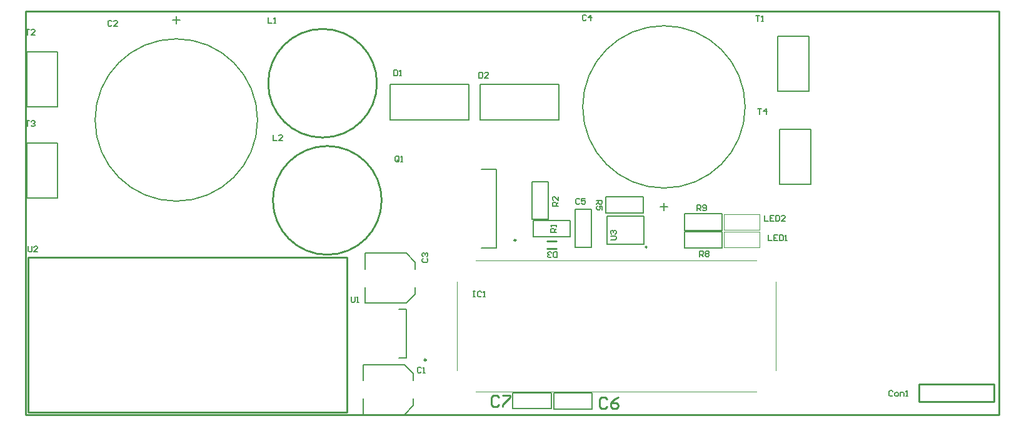
<source format=gto>
G04*
G04 #@! TF.GenerationSoftware,Altium Limited,Altium Designer,20.1.7 (139)*
G04*
G04 Layer_Color=65535*
%FSLAX44Y44*%
%MOMM*%
G71*
G04*
G04 #@! TF.SameCoordinates,B5950D26-3139-43EA-A648-6E47058778E0*
G04*
G04*
G04 #@! TF.FilePolarity,Positive*
G04*
G01*
G75*
%ADD10C,0.2500*%
%ADD11C,0.1000*%
%ADD12C,0.2000*%
%ADD13C,0.2540*%
%ADD14C,0.1524*%
%ADD15C,0.0700*%
%ADD16C,0.1270*%
D10*
X1094002Y1097214D02*
G03*
X1093999Y1097297I738J66D01*
G01*
X796900Y944440D02*
G03*
X796900Y944440I-1250J0D01*
G01*
X918430Y1106850D02*
G03*
X918430Y1106850I-1250J0D01*
G01*
D11*
X986335Y1092840D02*
G03*
X986335Y1092840I-500J0D01*
G01*
X838200Y930600D02*
Y1050600D01*
X1270000Y930600D02*
Y1050600D01*
X864100Y1079500D02*
X1244100D01*
X864100Y901700D02*
X1244100D01*
D12*
X568470Y1269700D02*
G03*
X568470Y1269700I-110000J0D01*
G01*
X1228870Y1287480D02*
G03*
X1228870Y1287480I-110000J0D01*
G01*
X1041800Y1139140D02*
X1091800D01*
X1041800Y1101140D02*
X1091800D01*
X1041800D02*
Y1139140D01*
X1091800Y1101140D02*
Y1139140D01*
X748030Y1318250D02*
X854720D01*
X748030Y1269500D02*
Y1318250D01*
Y1269500D02*
X854720D01*
Y1318250D01*
X782030Y1033745D02*
Y1043120D01*
X769655Y1021370D02*
X782030Y1033745D01*
X769655Y1089370D02*
X782030Y1076995D01*
Y1067620D02*
Y1076995D01*
X714030Y1021370D02*
X769655D01*
X714030D02*
Y1043120D01*
Y1067620D02*
Y1089370D01*
X769655D01*
X779490Y882615D02*
Y891990D01*
X767115Y870240D02*
X779490Y882615D01*
X767115Y938240D02*
X779490Y925865D01*
Y916490D02*
Y925865D01*
X711490Y870240D02*
X767115D01*
X711490D02*
Y891990D01*
Y916490D02*
Y938240D01*
X767115D01*
X453390Y1405100D02*
X463550D01*
X458470Y1400020D02*
Y1410180D01*
X1273210Y1308570D02*
Y1383070D01*
Y1308570D02*
X1315110D01*
Y1383070D01*
X1273210D02*
X1315110D01*
X297780Y1287740D02*
Y1362240D01*
X255880D02*
X297780D01*
X255880Y1287740D02*
Y1362240D01*
Y1287740D02*
X297780D01*
X760150Y1013440D02*
X769650D01*
Y947440D02*
Y1013440D01*
X760150Y947440D02*
X769650D01*
X1113790Y1152080D02*
X1123950D01*
X1118870Y1147000D02*
Y1157160D01*
X297780Y1163750D02*
Y1238250D01*
X255880D02*
X297780D01*
X255880Y1163750D02*
Y1238250D01*
Y1163750D02*
X297780D01*
X1275750Y1182840D02*
Y1257340D01*
Y1182840D02*
X1317650D01*
Y1257340D01*
X1275750D02*
X1317650D01*
X869950Y1318250D02*
X976640D01*
X869950Y1269500D02*
Y1318250D01*
Y1269500D02*
X976640D01*
Y1318250D01*
X871430Y1095850D02*
X892180D01*
Y1202850D01*
X871430D02*
X892180D01*
D13*
X730228Y1319530D02*
G03*
X730228Y1319530I-73638J0D01*
G01*
X736578Y1160780D02*
G03*
X736578Y1160780I-73638J0D01*
G01*
X1464310Y887730D02*
X1565910D01*
Y911860D01*
X1464310D02*
X1565910D01*
X1464310Y887730D02*
Y911860D01*
X960210Y1095590D02*
X973460D01*
X960210Y1105340D02*
X973460D01*
X257790Y1083310D02*
X689590D01*
Y873770D02*
Y1083310D01*
X257810Y873760D02*
X689610D01*
X257790Y873770D02*
Y1083310D01*
X895631Y894078D02*
X893092Y896618D01*
X888013D01*
X885474Y894078D01*
Y883922D01*
X888013Y881383D01*
X893092D01*
X895631Y883922D01*
X900709Y896618D02*
X910866D01*
Y894078D01*
X900709Y883922D01*
Y881383D01*
X1041401Y891538D02*
X1038862Y894078D01*
X1033783D01*
X1031244Y891538D01*
Y881382D01*
X1033783Y878842D01*
X1038862D01*
X1041401Y881382D01*
X1056636Y894078D02*
X1051557Y891538D01*
X1046479Y886460D01*
Y881382D01*
X1049018Y878842D01*
X1054097D01*
X1056636Y881382D01*
Y883921D01*
X1054097Y886460D01*
X1046479D01*
X254000Y869950D02*
Y1417320D01*
Y869950D02*
X1572260D01*
Y1417320D01*
X254000D02*
X1572260D01*
D14*
X969680Y899750D02*
X971180D01*
X969680Y878000D02*
Y899750D01*
X971180D02*
X1021680D01*
Y878000D02*
Y899750D01*
X969680Y878000D02*
X1021680D01*
X964580Y878250D02*
X966080D01*
Y900000D01*
X914080Y878250D02*
X964580D01*
X914080D02*
Y900000D01*
X966080D01*
X1156160Y1120320D02*
X1197460D01*
X1146960Y1142570D02*
X1197460D01*
X1146960Y1120320D02*
X1156160D01*
X1197460D02*
Y1142570D01*
X1146960Y1120320D02*
Y1142570D01*
X1040280Y1165680D02*
X1081580D01*
X1040280Y1143430D02*
X1090780D01*
X1081580Y1165680D02*
X1090780D01*
X1040280Y1143430D02*
Y1165680D01*
X1090780Y1143430D02*
Y1165680D01*
X950700Y1111430D02*
X992000D01*
X941500Y1133680D02*
X992000D01*
X941500Y1111430D02*
X950700D01*
X992000D02*
Y1133680D01*
X941500Y1111430D02*
Y1133680D01*
X962480Y1144730D02*
Y1186030D01*
X940230Y1135530D02*
Y1186030D01*
X962480Y1135530D02*
Y1144730D01*
X940230Y1186030D02*
X962480D01*
X940230Y1135530D02*
X962480D01*
X1156160Y1096190D02*
X1197460D01*
X1146960Y1118440D02*
X1197460D01*
X1146960Y1096190D02*
X1156160D01*
X1197460D02*
Y1118440D01*
X1146960Y1096190D02*
Y1118440D01*
X998900Y1096680D02*
Y1098180D01*
Y1096680D02*
X1020650D01*
X998900Y1098180D02*
Y1148680D01*
X1020650D01*
Y1096680D02*
Y1148680D01*
D15*
X1200530Y1100518D02*
Y1101878D01*
Y1096940D02*
Y1100518D01*
Y1112753D02*
Y1117940D01*
Y1096940D02*
X1248280D01*
X1200530Y1101878D02*
Y1112753D01*
Y1117940D02*
X1248280D01*
Y1096940D02*
Y1117940D01*
X1200530Y1124648D02*
Y1126008D01*
Y1121070D02*
Y1124648D01*
Y1136882D02*
Y1142070D01*
Y1121070D02*
X1248280D01*
X1200530Y1126008D02*
Y1136882D01*
Y1142070D02*
X1248280D01*
Y1121070D02*
Y1142070D01*
D16*
X1428752Y901699D02*
X1427483Y902969D01*
X1424944D01*
X1423674Y901699D01*
Y896621D01*
X1424944Y895351D01*
X1427483D01*
X1428752Y896621D01*
X1432561Y895351D02*
X1435100D01*
X1436370Y896621D01*
Y899160D01*
X1435100Y900430D01*
X1432561D01*
X1431292Y899160D01*
Y896621D01*
X1432561Y895351D01*
X1438909D02*
Y900430D01*
X1442718D01*
X1443987Y899160D01*
Y895351D01*
X1446527D02*
X1449066D01*
X1447796D01*
Y902969D01*
X1446527Y901699D01*
X1046481Y1107442D02*
X1052829D01*
X1054099Y1108712D01*
Y1111251D01*
X1052829Y1112520D01*
X1046481D01*
X1047751Y1115060D02*
X1046481Y1116329D01*
Y1118868D01*
X1047751Y1120138D01*
X1049020D01*
X1050290Y1118868D01*
Y1117599D01*
Y1118868D01*
X1051560Y1120138D01*
X1052829D01*
X1054099Y1118868D01*
Y1116329D01*
X1052829Y1115060D01*
X257810Y1098548D02*
Y1092200D01*
X259080Y1090930D01*
X261619D01*
X262888Y1092200D01*
Y1098548D01*
X270506Y1090930D02*
X265427D01*
X270506Y1096008D01*
Y1097278D01*
X269236Y1098548D01*
X266697D01*
X265427Y1097278D01*
X695424Y1030221D02*
Y1023874D01*
X696694Y1022604D01*
X699233D01*
X700502Y1023874D01*
Y1030221D01*
X703042Y1022604D02*
X705581D01*
X704311D01*
Y1030221D01*
X703042Y1028952D01*
X1245870Y1285237D02*
X1250948D01*
X1248409D01*
Y1277620D01*
X1257296D02*
Y1285237D01*
X1253487Y1281429D01*
X1258566D01*
X254000Y1268727D02*
X259078D01*
X256539D01*
Y1261110D01*
X261618Y1267458D02*
X262887Y1268727D01*
X265426D01*
X266696Y1267458D01*
Y1266188D01*
X265426Y1264919D01*
X264157D01*
X265426D01*
X266696Y1263649D01*
Y1262380D01*
X265426Y1261110D01*
X262887D01*
X261618Y1262380D01*
X254000Y1392679D02*
X259078D01*
X256539D01*
Y1385062D01*
X266696D02*
X261618D01*
X266696Y1390140D01*
Y1391410D01*
X265426Y1392679D01*
X262887D01*
X261618Y1391410D01*
X1243330Y1411029D02*
X1248408D01*
X1245869D01*
Y1403412D01*
X1250947D02*
X1253487D01*
X1252217D01*
Y1411029D01*
X1250947Y1409760D01*
X1163322Y1146811D02*
Y1154429D01*
X1167131D01*
X1168400Y1153159D01*
Y1150620D01*
X1167131Y1149350D01*
X1163322D01*
X1165861D02*
X1168400Y1146811D01*
X1170940Y1148081D02*
X1172209Y1146811D01*
X1174748D01*
X1176018Y1148081D01*
Y1153159D01*
X1174748Y1154429D01*
X1172209D01*
X1170940Y1153159D01*
Y1151890D01*
X1172209Y1150620D01*
X1176018D01*
X1167132Y1084581D02*
Y1092199D01*
X1170941D01*
X1172210Y1090929D01*
Y1088390D01*
X1170941Y1087120D01*
X1167132D01*
X1169671D02*
X1172210Y1084581D01*
X1174750Y1090929D02*
X1176019Y1092199D01*
X1178558D01*
X1179828Y1090929D01*
Y1089660D01*
X1178558Y1088390D01*
X1179828Y1087120D01*
Y1085851D01*
X1178558Y1084581D01*
X1176019D01*
X1174750Y1085851D01*
Y1087120D01*
X1176019Y1088390D01*
X1174750Y1089660D01*
Y1090929D01*
X1176019Y1088390D02*
X1178558D01*
X1027431Y1160778D02*
X1035049D01*
Y1156969D01*
X1033779Y1155700D01*
X1031240D01*
X1029970Y1156969D01*
Y1160778D01*
Y1158239D02*
X1027431Y1155700D01*
X1035049Y1148082D02*
Y1153160D01*
X1031240D01*
X1032510Y1150621D01*
Y1149352D01*
X1031240Y1148082D01*
X1028701D01*
X1027431Y1149352D01*
Y1151891D01*
X1028701Y1153160D01*
X975359Y1153162D02*
X967741D01*
Y1156971D01*
X969011Y1158240D01*
X971550D01*
X972820Y1156971D01*
Y1153162D01*
Y1155701D02*
X975359Y1158240D01*
Y1165858D02*
Y1160780D01*
X970280Y1165858D01*
X969011D01*
X967741Y1164588D01*
Y1162049D01*
X969011Y1160780D01*
X973099Y1117602D02*
X965481D01*
Y1121410D01*
X966751Y1122680D01*
X969290D01*
X970560Y1121410D01*
Y1117602D01*
Y1120141D02*
X973099Y1122680D01*
Y1125219D02*
Y1127758D01*
Y1126489D01*
X965481D01*
X966751Y1125219D01*
X759928Y1214628D02*
Y1219706D01*
X758659Y1220975D01*
X756120D01*
X754850Y1219706D01*
Y1214628D01*
X756120Y1213358D01*
X758659D01*
X757389Y1215897D02*
X759928Y1213358D01*
X758659D02*
X759928Y1214628D01*
X762467Y1213358D02*
X765007D01*
X763737D01*
Y1220975D01*
X762467Y1219706D01*
X1254764Y1140459D02*
Y1132841D01*
X1259843D01*
X1267460Y1140459D02*
X1262382D01*
Y1132841D01*
X1267460D01*
X1262382Y1136650D02*
X1264921D01*
X1270000Y1140459D02*
Y1132841D01*
X1273808D01*
X1275078Y1134111D01*
Y1139189D01*
X1273808Y1140459D01*
X1270000D01*
X1282695Y1132841D02*
X1277617D01*
X1282695Y1137920D01*
Y1139189D01*
X1281426Y1140459D01*
X1278887D01*
X1277617Y1139189D01*
X1259844Y1113789D02*
Y1106171D01*
X1264922D01*
X1272540Y1113789D02*
X1267462D01*
Y1106171D01*
X1272540D01*
X1267462Y1109980D02*
X1270001D01*
X1275079Y1113789D02*
Y1106171D01*
X1278888D01*
X1280157Y1107441D01*
Y1112519D01*
X1278888Y1113789D01*
X1275079D01*
X1282697Y1106171D02*
X1285236D01*
X1283966D01*
Y1113789D01*
X1282697Y1112519D01*
X589280Y1249678D02*
Y1242060D01*
X594358D01*
X601976D02*
X596898D01*
X601976Y1247138D01*
Y1248408D01*
X600706Y1249678D01*
X598167D01*
X596898Y1248408D01*
X582930Y1408427D02*
Y1400810D01*
X588008D01*
X590547D02*
X593087D01*
X591817D01*
Y1408427D01*
X590547Y1407158D01*
X860428Y1037589D02*
X862967D01*
X861697D01*
Y1029971D01*
X860428D01*
X862967D01*
X871854Y1036319D02*
X870584Y1037589D01*
X868045D01*
X866776Y1036319D01*
Y1031241D01*
X868045Y1029971D01*
X870584D01*
X871854Y1031241D01*
X874393Y1029971D02*
X876932D01*
X875663D01*
Y1037589D01*
X874393Y1036319D01*
X974088Y1083311D02*
Y1090929D01*
X970279D01*
X969009Y1089659D01*
Y1084581D01*
X970279Y1083311D01*
X974088D01*
X966470Y1084581D02*
X965201Y1083311D01*
X962662D01*
X961392Y1084581D01*
Y1085850D01*
X962662Y1087120D01*
X963931D01*
X962662D01*
X961392Y1088390D01*
Y1089659D01*
X962662Y1090929D01*
X965201D01*
X966470Y1089659D01*
X868426Y1334514D02*
Y1326896D01*
X872235D01*
X873504Y1328166D01*
Y1333244D01*
X872235Y1334514D01*
X868426D01*
X881122Y1326896D02*
X876043D01*
X881122Y1331974D01*
Y1333244D01*
X879852Y1334514D01*
X877313D01*
X876043Y1333244D01*
X753112Y1337309D02*
Y1329691D01*
X756920D01*
X758190Y1330961D01*
Y1336039D01*
X756920Y1337309D01*
X753112D01*
X760729Y1329691D02*
X763268D01*
X761999D01*
Y1337309D01*
X760729Y1336039D01*
X1004568Y1162048D02*
X1003299Y1163317D01*
X1000760D01*
X999490Y1162048D01*
Y1156970D01*
X1000760Y1155700D01*
X1003299D01*
X1004568Y1156970D01*
X1012186Y1163317D02*
X1007107D01*
Y1159509D01*
X1009647Y1160778D01*
X1010916D01*
X1012186Y1159509D01*
Y1156970D01*
X1010916Y1155700D01*
X1008377D01*
X1007107Y1156970D01*
X1013458Y1411130D02*
X1012189Y1412399D01*
X1009650D01*
X1008380Y1411130D01*
Y1406052D01*
X1009650Y1404782D01*
X1012189D01*
X1013458Y1406052D01*
X1019806Y1404782D02*
Y1412399D01*
X1015997Y1408591D01*
X1021076D01*
X792481Y1082040D02*
X791211Y1080771D01*
Y1078232D01*
X792481Y1076962D01*
X797559D01*
X798829Y1078232D01*
Y1080771D01*
X797559Y1082040D01*
X792481Y1084580D02*
X791211Y1085849D01*
Y1088388D01*
X792481Y1089658D01*
X793750D01*
X795020Y1088388D01*
Y1087119D01*
Y1088388D01*
X796290Y1089658D01*
X797559D01*
X798829Y1088388D01*
Y1085849D01*
X797559Y1084580D01*
X370840Y1403349D02*
X369571Y1404619D01*
X367032D01*
X365762Y1403349D01*
Y1398271D01*
X367032Y1397001D01*
X369571D01*
X370840Y1398271D01*
X378458Y1397001D02*
X373380D01*
X378458Y1402080D01*
Y1403349D01*
X377188Y1404619D01*
X374649D01*
X373380Y1403349D01*
X789940Y933449D02*
X788670Y934719D01*
X786131D01*
X784862Y933449D01*
Y928371D01*
X786131Y927101D01*
X788670D01*
X789940Y928371D01*
X792479Y927101D02*
X795018D01*
X793749D01*
Y934719D01*
X792479Y933449D01*
M02*

</source>
